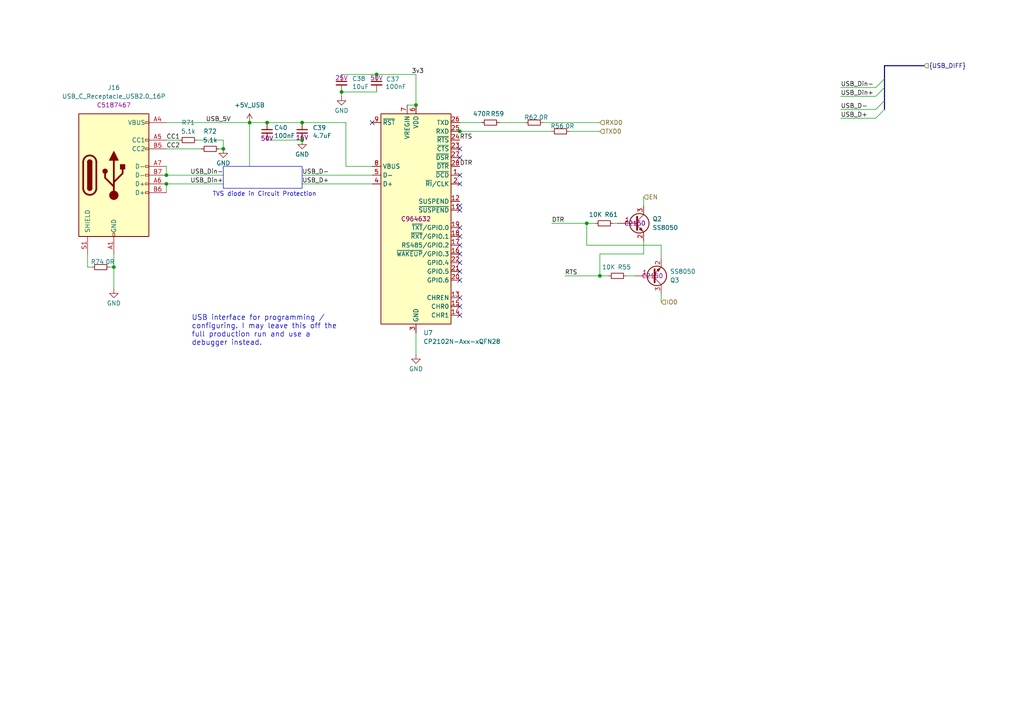
<source format=kicad_sch>
(kicad_sch (version 20250114) (generator "eeschema") (generator_version "9.0")
  (paper "A4")
  (lib_symbols
    (symbol "Connector:USB_C_Receptacle_USB2.0_14P" (pin_names (offset 1.016))
      (property "Reference" "J" (at 0 22.225 0))
      (property "Value" "USB_C_Receptacle_USB2.0_14P" (at 0 19.685 0))
      (symbol "USB_C_Receptacle_USB2.0_14P_0_0"
        (rectangle (start -0.254 -17.78) (end 0.254 -16.764))
        (rectangle (start 10.16 15.494) (end 9.144 14.986))
        (rectangle (start 10.16 10.414) (end 9.144 9.906))
        (rectangle (start 10.16 7.874) (end 9.144 7.366))
        (rectangle (start 10.16 2.794) (end 9.144 2.286))
        (rectangle (start 10.16 0.254) (end 9.144 -0.254))
        (rectangle (start 10.16 -2.286) (end 9.144 -2.794))
        (rectangle (start 10.16 -4.826) (end 9.144 -5.334))
      )
      (symbol "USB_C_Receptacle_USB2.0_14P_0_1"
        (rectangle (start -10.16 17.78) (end 10.16 -17.78) (stroke (width 0.254)) (fill (type background)))
        (polyline (pts (xy -8.89 -3.81) (xy -8.89 3.81)) (stroke (width 0.508)))
        (rectangle (start -7.62 -3.81) (end -6.35 3.81) (stroke (width 0.254)) (fill (type outline)))
        (arc (start -7.62 3.81) (mid -6.985 4.4423) (end -6.35 3.81) (stroke (width 0.254)))
        (arc (start -7.62 3.81) (mid -6.985 4.4423) (end -6.35 3.81) (stroke (width 0.254)) (fill (type outline)))
        (arc (start -8.89 3.81) (mid -6.985 5.7067) (end -5.08 3.81) (stroke (width 0.508)))
        (arc (start -5.08 -3.81) (mid -6.985 -5.7067) (end -8.89 -3.81) (stroke (width 0.508)))
        (arc (start -6.35 -3.81) (mid -6.985 -4.4423) (end -7.62 -3.81) (stroke (width 0.254)))
        (arc (start -6.35 -3.81) (mid -6.985 -4.4423) (end -7.62 -3.81) (stroke (width 0.254)) (fill (type outline)))
        (polyline (pts (xy -5.08 3.81) (xy -5.08 -3.81)) (stroke (width 0.508)))
        (circle (center -2.54 1.143) (radius 0.635) (stroke (width 0.254)) (fill (type outline)))
        (polyline (pts (xy -1.27 4.318) (xy 0 6.858) (xy 1.27 4.318) (xy -1.27 4.318)) (stroke (width 0.254)) (fill (type outline)))
        (polyline (pts (xy 0 -2.032) (xy 2.54 0.508) (xy 2.54 1.778)) (stroke (width 0.508)))
        (polyline (pts (xy 0 -3.302) (xy -2.54 -0.762) (xy -2.54 0.508)) (stroke (width 0.508)))
        (polyline (pts (xy 0 -5.842) (xy 0 4.318)) (stroke (width 0.508)))
        (circle (center 0 -5.842) (radius 1.27) (fill (type outline)))
        (rectangle (start 1.905 1.778) (end 3.175 3.048) (stroke (width 0.254)) (fill (type outline)))
      )
      (symbol "USB_C_Receptacle_USB2.0_14P_1_1"
        (pin passive line (at -7.62 -22.86 90) (length 5.08) (name "SHIELD") (number "S1"))
        (pin passive line (at 0 -22.86 90) (length 5.08) (name "GND") (number "A1"))
        (pin passive line (at 0 -22.86 90) (length 5.08) (hide yes) (name "GND") (number "A12"))
        (pin passive line (at 0 -22.86 90) (length 5.08) (hide yes) (name "GND") (number "B1"))
        (pin passive line (at 0 -22.86 90) (length 5.08) (hide yes) (name "GND") (number "B12"))
        (pin passive line (at 15.24 15.24 180) (length 5.08) (name "VBUS") (number "A4"))
        (pin passive line (at 15.24 15.24 180) (length 5.08) (hide yes) (name "VBUS") (number "A9"))
        (pin passive line (at 15.24 15.24 180) (length 5.08) (hide yes) (name "VBUS") (number "B4"))
        (pin passive line (at 15.24 15.24 180) (length 5.08) (hide yes) (name "VBUS") (number "B9"))
        (pin bidirectional line (at 15.24 10.16 180) (length 5.08) (name "CC1") (number "A5"))
        (pin bidirectional line (at 15.24 7.62 180) (length 5.08) (name "CC2") (number "B5"))
        (pin bidirectional line (at 15.24 2.54 180) (length 5.08) (name "D-") (number "A7"))
        (pin bidirectional line (at 15.24 0 180) (length 5.08) (name "D-") (number "B7"))
        (pin bidirectional line (at 15.24 -2.54 180) (length 5.08) (name "D+") (number "A6"))
        (pin bidirectional line (at 15.24 -5.08 180) (length 5.08) (name "D+") (number "B6"))
      )
    )
    (symbol "Device:C_Small" (pin_numbers (hide yes)) (pin_names (offset 0.254) (hide yes))
      (property "Reference" "C" (at 0.254 1.778 0))
      (property "Value" "C_Small" (at 0.254 -2.032 0))
      (symbol "C_Small_0_1"
        (polyline (pts (xy -1.524 0.508) (xy 1.524 0.508)) (stroke (width 0.3048)))
        (polyline (pts (xy -1.524 -0.508) (xy 1.524 -0.508)) (stroke (width 0.3302)))
      )
      (symbol "C_Small_1_1"
        (pin passive line (at 0 2.54 270) (length 2.032) (name "~") (number "1"))
        (pin passive line (at 0 -2.54 90) (length 2.032) (name "~") (number "2"))
      )
    )
    (symbol "Device:R_Small" (pin_numbers (hide yes)) (pin_names (offset 0.254) (hide yes))
      (property "Reference" "R" (at 0.762 0.508 0))
      (property "Value" "R_Small" (at 0.762 -1.016 0))
      (symbol "R_Small_0_1"
        (rectangle (start -0.762 1.778) (end 0.762 -1.778) (stroke (width 0.2032)))
      )
      (symbol "R_Small_1_1"
        (pin passive line (at 0 2.54 270) (length 0.762) (name "~") (number "1"))
        (pin passive line (at 0 -2.54 90) (length 0.762) (name "~") (number "2"))
      )
    )
    (symbol "Interface_USB:CP2102N-Axx-xQFN28"
      (property "Reference" "U" (at -8.89 31.75 0))
      (property "Value" "CP2102N-Axx-xQFN28" (at 12.7 31.75 0))
      (symbol "CP2102N-Axx-xQFN28_0_1"
        (rectangle (start -10.16 30.48) (end 10.16 -30.48) (stroke (width 0.254)) (fill (type background)))
      )
      (symbol "CP2102N-Axx-xQFN28_1_1"
        (pin input line (at -12.7 27.94 0) (length 2.54) (name "~{RST}") (number "9"))
        (pin input line (at -12.7 15.24 0) (length 2.54) (name "VBUS") (number "8"))
        (pin bidirectional line (at -12.7 12.7 0) (length 2.54) (name "D-") (number "5"))
        (pin bidirectional line (at -12.7 10.16 0) (length 2.54) (name "D+") (number "4"))
        (pin no_connect line (at -10.16 -27.94 0) (length 2.54) (hide yes) (name "NC") (number "10"))
        (pin power_in line (at -2.54 33.02 270) (length 2.54) (name "VREGIN") (number "7"))
        (pin power_in line (at 0 33.02 270) (length 2.54) (name "VDD") (number "6"))
        (pin passive line (at 0 -33.02 90) (length 2.54) (hide yes) (name "GND") (number "29"))
        (pin power_in line (at 0 -33.02 90) (length 2.54) (name "GND") (number "3"))
        (pin output line (at 12.7 27.94 180) (length 2.54) (name "TXD") (number "26"))
        (pin input line (at 12.7 25.4 180) (length 2.54) (name "RXD") (number "25"))
        (pin output line (at 12.7 22.86 180) (length 2.54) (name "~{RTS}") (number "24"))
        (pin input line (at 12.7 20.32 180) (length 2.54) (name "~{CTS}") (number "23"))
        (pin input line (at 12.7 17.78 180) (length 2.54) (name "~{DSR}") (number "27"))
        (pin output line (at 12.7 15.24 180) (length 2.54) (name "~{DTR}") (number "28"))
        (pin input line (at 12.7 12.7 180) (length 2.54) (name "~{DCD}") (number "1"))
        (pin bidirectional line (at 12.7 10.16 180) (length 2.54) (name "~{RI}/CLK") (number "2"))
        (pin output line (at 12.7 5.08 180) (length 2.54) (name "SUSPEND") (number "12"))
        (pin output line (at 12.7 2.54 180) (length 2.54) (name "~{SUSPEND}") (number "11"))
        (pin bidirectional line (at 12.7 -2.54 180) (length 2.54) (name "~{TXT}/GPIO.0") (number "19"))
        (pin bidirectional line (at 12.7 -5.08 180) (length 2.54) (name "~{RXT}/GPIO.1") (number "18"))
        (pin bidirectional line (at 12.7 -7.62 180) (length 2.54) (name "RS485/GPIO.2") (number "17"))
        (pin bidirectional line (at 12.7 -10.16 180) (length 2.54) (name "~{WAKEUP}/GPIO.3") (number "16"))
        (pin bidirectional line (at 12.7 -12.7 180) (length 2.54) (name "GPIO.4") (number "22"))
        (pin bidirectional line (at 12.7 -15.24 180) (length 2.54) (name "GPIO.5") (number "21"))
        (pin bidirectional line (at 12.7 -17.78 180) (length 2.54) (name "GPIO.6") (number "20"))
        (pin output line (at 12.7 -22.86 180) (length 2.54) (name "CHREN") (number "13"))
        (pin output line (at 12.7 -25.4 180) (length 2.54) (name "CHR0") (number "15"))
        (pin output line (at 12.7 -27.94 180) (length 2.54) (name "CHR1") (number "14"))
      )
    )
    (symbol "Transistor_BJT:SS8050" (pin_names (offset 0) (hide yes))
      (property "Reference" "Q" (at 5.08 1.905 0))
      (property "Value" "SS8050" (at 5.08 0 0))
      (symbol "SS8050_0_1"
        (polyline (pts (xy 0.635 1.905) (xy 0.635 -1.905) (xy 0.635 -1.905)) (stroke (width 0.508)))
        (polyline (pts (xy 0.635 0.635) (xy 2.54 2.54)))
        (polyline (pts (xy 0.635 -0.635) (xy 2.54 -2.54) (xy 2.54 -2.54)))
        (circle (center 1.27 0) (radius 2.8194) (stroke (width 0.254)))
        (polyline (pts (xy 1.27 -1.778) (xy 1.778 -1.27) (xy 2.286 -2.286) (xy 1.27 -1.778) (xy 1.27 -1.778)) (fill (type outline)))
      )
      (symbol "SS8050_1_1"
        (pin input line (at -5.08 0 0) (length 5.715) (name "B") (number "1"))
        (pin passive line (at 2.54 5.08 270) (length 2.54) (name "C") (number "3"))
        (pin passive line (at 2.54 -5.08 90) (length 2.54) (name "E") (number "2"))
      )
    )
    (symbol "power:+24V" (power) (pin_numbers (hide yes)) (pin_names (offset 0) (hide yes))
      (property "Value" "+24V" (at 0 3.556 0))
      (symbol "+24V_0_1"
        (polyline (pts (xy -0.762 1.27) (xy 0 2.54)))
        (polyline (pts (xy 0 2.54) (xy 0.762 1.27)))
        (polyline (pts (xy 0 0) (xy 0 2.54)))
      )
      (symbol "+24V_1_1"
        (pin power_in line (at 0 0 90) (length 0) (name "~") (number "1"))
      )
    )
    (symbol "power:GND" (power) (pin_numbers (hide yes)) (pin_names (offset 0) (hide yes))
      (property "Value" "GND" (at 0 -3.81 0))
      (symbol "GND_0_1"
        (polyline (pts (xy 0 0) (xy 0 -1.27) (xy 1.27 -1.27) (xy 0 -2.54) (xy -1.27 -1.27) (xy 0 -1.27)))
      )
      (symbol "GND_1_1"
        (pin power_in line (at 0 0 270) (length 0) (name "~") (number "1"))
      )
    )
  )
  (bus_alias "USB_DIFF" (members "USB_Din-" "USB_Din+" "USB_D-" "USB_D+"))
  (rectangle (start 64.77 48.26) (end 87.63 54.61))
  (text "TVS diode in Circuit Protection" (at 76.708 56.388 0) (effects (font (size 1.27 1.27))))
  (text_box "USB interface for programming / configuring. I may leave this off the full production run and use a debugger instead." (at 54.61 90.17 0) (size 44.45 20.32) (margins 0.9525 0.9525 0.9525 0.9525) (stroke (width -0.0001)) (effects (font (size 1.5 1.5)) (justify left top)))
  (junction (at 72.39 35.56))
  (junction (at 120.65 30.48))
  (junction (at 170.18 64.77))
  (junction (at 64.77 43.18))
  (junction (at 87.63 35.56))
  (junction (at 33.02 77.47))
  (junction (at 173.99 80.01))
  (junction (at 109.22 21.59))
  (junction (at 77.47 35.56))
  (junction (at 99.06 26.67))
  (junction (at 48.26 50.8))
  (junction (at 48.26 53.34))
  (junction (at 133.35 38.1))
  (junction (at 87.63 40.64))
  (no_connect (at 133.35 73.66))
  (no_connect (at 133.35 45.72))
  (no_connect (at 133.35 81.28))
  (no_connect (at 133.35 76.2))
  (no_connect (at 133.35 86.36))
  (no_connect (at 133.35 66.04))
  (no_connect (at 133.35 43.18))
  (no_connect (at 133.35 59.69))
  (no_connect (at 133.35 68.58))
  (no_connect (at 133.35 53.34))
  (no_connect (at 133.35 78.74))
  (no_connect (at 133.35 50.8))
  (no_connect (at 133.35 60.96))
  (no_connect (at 133.35 71.12))
  (no_connect (at 133.35 88.9))
  (no_connect (at 107.95 35.56))
  (no_connect (at 133.35 91.44))
  (bus_entry (at 256.54 25.4) (size -2.54 2.54))
  (bus_entry (at 256.54 22.86) (size -2.54 2.54))
  (bus_entry (at 256.54 29.21) (size -2.54 2.54))
  (bus_entry (at 256.54 31.75) (size -2.54 2.54))
  (wire (pts (xy 120.65 21.59) (xy 120.65 30.48)))
  (wire (pts (xy 72.39 35.56) (xy 77.47 35.56)))
  (wire (pts (xy 52.07 40.64) (xy 48.26 40.64)))
  (bus (pts (xy 267.97 19.05) (xy 256.54 19.05)))
  (bus (pts (xy 256.54 19.05) (xy 256.54 22.86)))
  (wire (pts (xy 48.26 35.56) (xy 72.39 35.56)))
  (wire (pts (xy 87.63 35.56) (xy 100.33 35.56)))
  (wire (pts (xy 152.4 35.56) (xy 144.78 35.56)))
  (wire (pts (xy 243.84 27.94) (xy 254 27.94)))
  (wire (pts (xy 133.35 38.1) (xy 160.02 38.1)))
  (wire (pts (xy 99.06 26.67) (xy 109.22 26.67)))
  (wire (pts (xy 64.77 40.64) (xy 57.15 40.64)))
  (wire (pts (xy 160.02 64.77) (xy 170.18 64.77)))
  (wire (pts (xy 72.39 35.56) (xy 72.39 48.26)))
  (wire (pts (xy 120.65 102.87) (xy 120.65 96.52)))
  (wire (pts (xy 87.63 50.8) (xy 107.95 50.8)))
  (wire (pts (xy 118.11 30.48) (xy 120.65 30.48)))
  (wire (pts (xy 163.83 80.01) (xy 173.99 80.01)))
  (wire (pts (xy 177.8 64.77) (xy 179.07 64.77)))
  (bus (pts (xy 256.54 22.86) (xy 256.54 25.4)))
  (wire (pts (xy 181.61 80.01) (xy 184.15 80.01)))
  (wire (pts (xy 33.02 83.82) (xy 33.02 77.47)))
  (wire (pts (xy 191.77 74.93) (xy 191.77 71.12)))
  (wire (pts (xy 109.22 21.59) (xy 120.65 21.59)))
  (wire (pts (xy 191.77 87.63) (xy 191.77 85.09)))
  (wire (pts (xy 186.69 69.85) (xy 186.69 73.66)))
  (wire (pts (xy 132.08 38.1) (xy 133.35 38.1)))
  (wire (pts (xy 87.63 53.34) (xy 107.95 53.34)))
  (wire (pts (xy 133.35 35.56) (xy 139.7 35.56)))
  (wire (pts (xy 63.5 43.18) (xy 64.77 43.18)))
  (wire (pts (xy 48.26 48.26) (xy 48.26 50.8)))
  (wire (pts (xy 48.26 53.34) (xy 48.26 55.88)))
  (wire (pts (xy 31.75 77.47) (xy 33.02 77.47)))
  (wire (pts (xy 243.84 34.29) (xy 254 34.29)))
  (wire (pts (xy 48.26 50.8) (xy 64.77 50.8)))
  (wire (pts (xy 48.26 53.34) (xy 64.77 53.34)))
  (bus (pts (xy 256.54 29.21) (xy 256.54 31.75)))
  (wire (pts (xy 25.4 77.47) (xy 25.4 73.66)))
  (wire (pts (xy 33.02 77.47) (xy 33.02 73.66)))
  (wire (pts (xy 64.77 40.64) (xy 64.77 43.18)))
  (wire (pts (xy 77.47 35.56) (xy 87.63 35.56)))
  (wire (pts (xy 26.67 77.47) (xy 25.4 77.47)))
  (wire (pts (xy 186.69 73.66) (xy 173.99 73.66)))
  (wire (pts (xy 77.47 40.64) (xy 87.63 40.64)))
  (wire (pts (xy 100.33 35.56) (xy 100.33 48.26)))
  (wire (pts (xy 243.84 31.75) (xy 254 31.75)))
  (wire (pts (xy 173.99 38.1) (xy 165.1 38.1)))
  (wire (pts (xy 170.18 71.12) (xy 170.18 64.77)))
  (wire (pts (xy 99.06 26.67) (xy 99.06 27.94)))
  (wire (pts (xy 100.33 48.26) (xy 107.95 48.26)))
  (wire (pts (xy 176.53 80.01) (xy 173.99 80.01)))
  (wire (pts (xy 191.77 71.12) (xy 170.18 71.12)))
  (wire (pts (xy 243.84 25.4) (xy 254 25.4)))
  (wire (pts (xy 186.69 57.15) (xy 186.69 59.69)))
  (wire (pts (xy 58.42 43.18) (xy 48.26 43.18)))
  (wire (pts (xy 173.99 35.56) (xy 157.48 35.56)))
  (wire (pts (xy 99.06 21.59) (xy 109.22 21.59)))
  (wire (pts (xy 170.18 64.77) (xy 172.72 64.77)))
  (wire (pts (xy 173.99 73.66) (xy 173.99 80.01)))
  (bus (pts (xy 256.54 25.4) (xy 256.54 29.21)))
  (label "RTS" (at 133.35 40.64 0))
  (label "USB_D+" (at 87.63 53.34 0))
  (label "RTS" (at 163.83 80.01 0))
  (label "USB_Din-" (at 64.77 50.8 180))
  (label "USB_D+" (at 243.84 34.29 0))
  (label "USB_Din+" (at 243.84 27.94 0))
  (label "CC1" (at 48.26 40.64 0))
  (label "USB_Din+" (at 64.77 53.34 180))
  (label "DTR" (at 160.02 64.77 0))
  (label "USB_D-" (at 87.63 50.8 0))
  (label "USB_D-" (at 243.84 31.75 0))
  (label "DTR" (at 133.35 48.26 0))
  (label "USB_Din-" (at 243.84 25.4 0))
  (label "3v3" (at 119.38 21.59 0))
  (label "CC2" (at 48.26 43.18 0))
  (label "USB_5V" (at 59.69 35.56 0))
  (hierarchical_label "RXD0" (shape input) (at 173.99 35.56 0))
  (hierarchical_label "TXD0" (shape input) (at 173.99 38.1 0))
  (hierarchical_label "EN" (shape input) (at 186.69 57.15 0))
  (hierarchical_label "{USB_DIFF}" (shape input) (at 267.97 19.05 0))
  (hierarchical_label "IO0" (shape input) (at 191.77 87.63 0))
  (symbol (lib_id "Connector:USB_C_Receptacle_USB2.0_14P") (at 33.02 50.8 0) (unit 1)
    (property "Reference" "J16" (at 33.02 25.4 0))
    (property "Value" "USB_C_Receptacle_USB2.0_16P" (at 33.02 27.94 0))
    (property "Footprint" "easyeda2kicad:TYPE-C-SMD_918-468K2029Y50001" (effects (hide yes)))
    (property "Datasheet" "https://www.usb.org/sites/default/files/documents/usb_type-c.zip" (effects (hide yes)))
    (property "Description" "USB 2.0-only 14P Type-C Receptacle connector" (effects (hide yes)))
    (property "LCSC" "C5187467" (at 33.02 30.48 0))
  )
  (symbol (lib_id "Device:R_Small") (at 154.94 35.56 90) (unit 1)
    (property "Reference" "R62" (at 155.956 34.036 90) (effects (justify left)))
    (property "Value" "0R" (at 159.004 34.036 90) (effects (justify left)))
    (property "Footprint" "Resistor_SMD:R_0603_1608Metric" (effects (hide yes)))
    (property "Description" "Resistor, small symbol" (effects (hide yes)))
    (property "LCSC" "C21189" (effects (hide yes)))
  )
  (symbol (lib_id "Device:R_Small") (at 142.24 35.56 270) (unit 1)
    (property "Reference" "R59" (at 144.272 33.02 90))
    (property "Value" "470R" (at 139.7 33.02 90))
    (property "Footprint" "Resistor_SMD:R_0603_1608Metric" (effects (hide yes)))
    (property "LCSC" "C23179" (effects (hide yes)))
  )
  (symbol (lib_id "power:GND") (at 33.02 83.82 0) (unit 1)
    (property "Reference" "#PWR0122" (effects (hide yes)))
    (property "Value" "GND" (at 33.02 87.9531 0))
    (property "Description" "Power symbol creates a global label with name \"GND\" , ground" (effects (hide yes)))
  )
  (symbol (lib_id "Transistor_BJT:SS8050") (at 184.15 64.77 0) (unit 1)
    (property "Reference" "Q2" (at 189.23 63.4999 0) (effects (justify left)))
    (property "Value" "SS8050" (at 189.23 66.0399 0) (effects (justify left)))
    (property "Footprint" "Package_TO_SOT_SMD:SOT-23" (effects (hide yes)))
    (property "Datasheet" "http://www.secosgmbh.com/datasheet/products/SSMPTransistor/SOT-23/SS8050.pdf" (effects (hide yes)))
    (property "Description" "General Purpose NPN Transistor, 1.5A Ic, 25V Vce, SOT-23" (effects (hide yes)))
    (property "LCSC" "C2150" (at 184.15 64.77 0))
  )
  (symbol (lib_id "Device:C_Small") (at 99.06 24.13 0) (unit 1)
    (property "Reference" "C38" (at 102.108 22.8346 0) (effects (justify left)))
    (property "Value" "10uF" (at 102.108 25.146 0) (effects (justify left)))
    (property "Footprint" "Capacitor_SMD:C_0603_1608Metric" (effects (hide yes)))
    (property "LCSC" "C96446" (effects (hide yes)))
    (property "Rating" "25V" (at 99.06 22.606 0))
  )
  (symbol (lib_id "Device:R_Small") (at 60.96 43.18 90) (unit 1)
    (property "Reference" "R72" (at 60.96 38.1 90))
    (property "Value" "5.1k" (at 60.96 40.64 90))
    (property "Footprint" "Resistor_SMD:R_0603_1608Metric" (effects (hide yes)))
    (property "Description" "Resistor, small symbol" (effects (hide yes)))
    (property "LCSC" "C23186" (effects (hide yes)))
  )
  (symbol (lib_id "Transistor_BJT:SS8050") (at 189.23 80.01 0) (mirror x) (unit 1)
    (property "Reference" "Q3" (at 194.31 81.2801 0) (effects (justify left)))
    (property "Value" "SS8050" (at 194.31 78.7401 0) (effects (justify left)))
    (property "Footprint" "Package_TO_SOT_SMD:SOT-23" (effects (hide yes)))
    (property "Datasheet" "http://www.secosgmbh.com/datasheet/products/SSMPTransistor/SOT-23/SS8050.pdf" (effects (hide yes)))
    (property "Description" "General Purpose NPN Transistor, 1.5A Ic, 25V Vce, SOT-23" (effects (hide yes)))
    (property "LCSC" "C2150" (at 189.23 80.01 0))
  )
  (symbol (lib_id "power:+24V") (at 72.39 35.56 0) (unit 1)
    (property "Reference" "#PWR065" (effects (hide yes)))
    (property "Value" "+5V_USB" (at 72.39 30.48 0))
    (property "Description" "Power symbol creates a global label with name \"+24V\"" (effects (hide yes)))
  )
  (symbol (lib_id "Device:C_Small") (at 109.22 24.13 0) (unit 1)
    (property "Reference" "C37" (at 111.9632 22.987 0) (effects (justify left)))
    (property "Value" "100nF" (at 111.76 25.146 0) (effects (justify left)))
    (property "Footprint" "Capacitor_SMD:C_0603_1608Metric" (effects (hide yes)))
    (property "LCSC" "C14663" (effects (hide yes)))
    (property "Rating" "50V" (at 109.22 22.606 0))
  )
  (symbol (lib_id "power:GND") (at 87.63 40.64 0) (unit 1)
    (property "Reference" "#PWR089" (effects (hide yes)))
    (property "Value" "GND" (at 87.63 44.7731 0))
    (property "Description" "Power symbol creates a global label with name \"GND\" , ground" (effects (hide yes)))
  )
  (symbol (lib_id "Device:R_Small") (at 162.56 38.1 90) (unit 1)
    (property "Reference" "R56" (at 163.576 36.576 90) (effects (justify left)))
    (property "Value" "0R" (at 166.624 36.576 90) (effects (justify left)))
    (property "Footprint" "Resistor_SMD:R_0603_1608Metric" (effects (hide yes)))
    (property "Description" "Resistor, small symbol" (effects (hide yes)))
    (property "LCSC" "C21189" (effects (hide yes)))
  )
  (symbol (lib_id "Interface_USB:CP2102N-Axx-xQFN28") (at 120.65 63.5 0) (unit 1)
    (property "Reference" "U7" (at 122.7933 96.52 0) (effects (justify left)))
    (property "Value" "CP2102N-Axx-xQFN28" (at 122.7933 99.06 0) (effects (justify left)))
    (property "Footprint" "Package_DFN_QFN:QFN-28-1EP_5x5mm_P0.5mm_EP3.35x3.35mm" (effects (hide yes)))
    (property "Datasheet" "https://www.silabs.com/documents/public/data-sheets/cp2102n-datasheet.pdf" (effects (hide yes)))
    (property "Description" "USB to UART master bridge, QFN-28" (effects (hide yes)))
    (property "LCSC" "C964632" (at 120.65 63.5 0))
  )
  (symbol (lib_id "Device:R_Small") (at 29.21 77.47 90) (unit 1)
    (property "Reference" "R74" (at 30.226 75.946 90) (effects (justify left)))
    (property "Value" "0R" (at 33.274 75.946 90) (effects (justify left)))
    (property "Footprint" "Resistor_SMD:R_0603_1608Metric" (effects (hide yes)))
    (property "Description" "Resistor, small symbol" (effects (hide yes)))
    (property "LCSC" "C21189" (effects (hide yes)))
  )
  (symbol (lib_id "Device:C_Small") (at 77.47 38.1 0) (unit 1)
    (property "Reference" "C40" (at 79.502 37.0586 0) (effects (justify left)))
    (property "Value" "100nF" (at 79.502 39.37 0) (effects (justify left)))
    (property "Footprint" "Capacitor_SMD:C_0603_1608Metric" (effects (hide yes)))
    (property "LCSC" "C14663" (effects (hide yes)))
    (property "Rating" "50V" (at 77.47 40.132 0))
  )
  (symbol (lib_id "power:GND") (at 64.77 43.18 0) (unit 1)
    (property "Reference" "#PWR0129" (effects (hide yes)))
    (property "Value" "GND" (at 64.77 47.3131 0))
    (property "Description" "Power symbol creates a global label with name \"GND\" , ground" (effects (hide yes)))
  )
  (symbol (lib_id "Device:R_Small") (at 179.07 80.01 270) (unit 1)
    (property "Reference" "R55" (at 181.102 77.47 90))
    (property "Value" "10K" (at 176.53 77.47 90))
    (property "Footprint" "Resistor_SMD:R_0603_1608Metric" (effects (hide yes)))
    (property "LCSC" "C25804" (effects (hide yes)))
  )
  (symbol (lib_id "Device:R_Small") (at 54.61 40.64 90) (unit 1)
    (property "Reference" "R71" (at 54.61 35.56 90))
    (property "Value" "5.1k" (at 54.61 38.1 90))
    (property "Footprint" "Resistor_SMD:R_0603_1608Metric" (effects (hide yes)))
    (property "Description" "Resistor, small symbol" (effects (hide yes)))
    (property "LCSC" "C23186" (effects (hide yes)))
  )
  (symbol (lib_id "power:GND") (at 99.06 27.94 0) (unit 1)
    (property "Reference" "#PWR088" (effects (hide yes)))
    (property "Value" "GND" (at 99.06 32.0731 0))
    (property "Description" "Power symbol creates a global label with name \"GND\" , ground" (effects (hide yes)))
  )
  (symbol (lib_id "power:GND") (at 120.65 102.87 0) (unit 1)
    (property "Reference" "#PWR090" (effects (hide yes)))
    (property "Value" "GND" (at 120.65 107.0031 0))
    (property "Description" "Power symbol creates a global label with name \"GND\" , ground" (effects (hide yes)))
  )
  (symbol (lib_id "Device:C_Small") (at 87.63 38.1 0) (unit 1)
    (property "Reference" "C39" (at 90.678 37.0586 0) (effects (justify left)))
    (property "Value" "4.7uF" (at 90.678 39.37 0) (effects (justify left)))
    (property "Footprint" "Capacitor_SMD:C_0603_1608Metric" (effects (hide yes)))
    (property "LCSC" "C19666" (effects (hide yes)))
    (property "Rating" "16V" (at 87.63 39.878 0))
  )
  (symbol (lib_id "Device:R_Small") (at 175.26 64.77 270) (unit 1)
    (property "Reference" "R61" (at 177.292 62.23 90))
    (property "Value" "10K" (at 172.72 62.23 90))
    (property "Footprint" "Resistor_SMD:R_0603_1608Metric" (effects (hide yes)))
    (property "LCSC" "C25804" (effects (hide yes)))
  )
)
</source>
